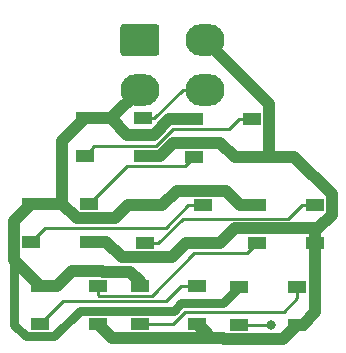
<source format=gbr>
%TF.GenerationSoftware,KiCad,Pcbnew,(5.1.6)-1*%
%TF.CreationDate,2021-08-23T17:58:21+10:00*%
%TF.ProjectId,JETT Station Select Placard PCB V1,4a455454-2053-4746-9174-696f6e205365,rev?*%
%TF.SameCoordinates,Original*%
%TF.FileFunction,Copper,L1,Top*%
%TF.FilePolarity,Positive*%
%FSLAX46Y46*%
G04 Gerber Fmt 4.6, Leading zero omitted, Abs format (unit mm)*
G04 Created by KiCad (PCBNEW (5.1.6)-1) date 2021-08-23 17:58:21*
%MOMM*%
%LPD*%
G01*
G04 APERTURE LIST*
%TA.AperFunction,ComponentPad*%
%ADD10O,3.300000X2.700000*%
%TD*%
%TA.AperFunction,SMDPad,CuDef*%
%ADD11R,1.500000X1.000000*%
%TD*%
%TA.AperFunction,ViaPad*%
%ADD12C,0.800000*%
%TD*%
%TA.AperFunction,Conductor*%
%ADD13C,0.250000*%
%TD*%
%TA.AperFunction,Conductor*%
%ADD14C,1.000000*%
%TD*%
%TA.AperFunction,Conductor*%
%ADD15C,0.750000*%
%TD*%
G04 APERTURE END LIST*
D10*
%TO.P,J1,4*%
%TO.N,/DATAIN*%
X150534000Y-88392000D03*
%TO.P,J1,3*%
%TO.N,/LEDGND*%
X150534000Y-84192000D03*
%TO.P,J1,2*%
%TO.N,/LED+5V*%
X145034000Y-88392000D03*
%TO.P,J1,1*%
%TA.AperFunction,ComponentPad*%
G36*
G01*
X143634001Y-82842000D02*
X146433999Y-82842000D01*
G75*
G02*
X146684000Y-83092001I0J-250001D01*
G01*
X146684000Y-85291999D01*
G75*
G02*
X146433999Y-85542000I-250001J0D01*
G01*
X143634001Y-85542000D01*
G75*
G02*
X143384000Y-85291999I0J250001D01*
G01*
X143384000Y-83092001D01*
G75*
G02*
X143634001Y-82842000I250001J0D01*
G01*
G37*
%TD.AperFunction*%
%TD*%
D11*
%TO.P,D8,1*%
%TO.N,/LED+5V*%
X153455000Y-105080000D03*
%TO.P,D8,2*%
%TO.N,/DATAOUT*%
X153455000Y-108280000D03*
%TO.P,D8,4*%
%TO.N,Net-(D7-Pad2)*%
X158355000Y-105080000D03*
%TO.P,D8,3*%
%TO.N,/LEDGND*%
X158355000Y-108280000D03*
%TD*%
%TO.P,D7,1*%
%TO.N,/LED+5V*%
X145011000Y-105004000D03*
%TO.P,D7,2*%
%TO.N,Net-(D7-Pad2)*%
X145011000Y-108204000D03*
%TO.P,D7,4*%
%TO.N,Net-(D6-Pad2)*%
X149911000Y-105004000D03*
%TO.P,D7,3*%
%TO.N,/LEDGND*%
X149911000Y-108204000D03*
%TD*%
%TO.P,D6,1*%
%TO.N,/LED+5V*%
X136578000Y-105004000D03*
%TO.P,D6,2*%
%TO.N,Net-(D6-Pad2)*%
X136578000Y-108204000D03*
%TO.P,D6,4*%
%TO.N,Net-(D5-Pad2)*%
X141478000Y-105004000D03*
%TO.P,D6,3*%
%TO.N,/LEDGND*%
X141478000Y-108204000D03*
%TD*%
%TO.P,D5,1*%
%TO.N,/LED+5V*%
X154940000Y-98145600D03*
%TO.P,D5,2*%
%TO.N,Net-(D5-Pad2)*%
X154940000Y-101345600D03*
%TO.P,D5,4*%
%TO.N,Net-(D4-Pad2)*%
X159840000Y-98145600D03*
%TO.P,D5,3*%
%TO.N,/LEDGND*%
X159840000Y-101345600D03*
%TD*%
%TO.P,D4,1*%
%TO.N,/LED+5V*%
X145491000Y-98196400D03*
%TO.P,D4,2*%
%TO.N,Net-(D4-Pad2)*%
X145491000Y-101396400D03*
%TO.P,D4,4*%
%TO.N,Net-(D3-Pad2)*%
X150391000Y-98196400D03*
%TO.P,D4,3*%
%TO.N,/LEDGND*%
X150391000Y-101396400D03*
%TD*%
%TO.P,D3,1*%
%TO.N,/LED+5V*%
X135839000Y-98094800D03*
%TO.P,D3,2*%
%TO.N,Net-(D3-Pad2)*%
X135839000Y-101294800D03*
%TO.P,D3,4*%
%TO.N,Net-(D2-Pad2)*%
X140739000Y-98094800D03*
%TO.P,D3,3*%
%TO.N,/LEDGND*%
X140739000Y-101294800D03*
%TD*%
%TO.P,D2,1*%
%TO.N,/LED+5V*%
X149606000Y-90881200D03*
%TO.P,D2,2*%
%TO.N,Net-(D2-Pad2)*%
X149606000Y-94081200D03*
%TO.P,D2,4*%
%TO.N,Net-(D1-Pad2)*%
X154506000Y-90881200D03*
%TO.P,D2,3*%
%TO.N,/LEDGND*%
X154506000Y-94081200D03*
%TD*%
%TO.P,D1,1*%
%TO.N,/LED+5V*%
X140360000Y-90830400D03*
%TO.P,D1,2*%
%TO.N,Net-(D1-Pad2)*%
X140360000Y-94030400D03*
%TO.P,D1,4*%
%TO.N,/DATAIN*%
X145260000Y-90830400D03*
%TO.P,D1,3*%
%TO.N,/LEDGND*%
X145260000Y-94030400D03*
%TD*%
D12*
%TO.N,/DATAOUT*%
X156134000Y-108280000D03*
%TD*%
D13*
%TO.N,Net-(D1-Pad2)*%
X153430700Y-90881200D02*
X154506000Y-90881200D01*
X140360000Y-94030400D02*
X141185001Y-93205399D01*
X141185001Y-93205399D02*
X146368561Y-93205399D01*
X146368561Y-93205399D02*
X147867460Y-91706500D01*
X152605400Y-91706500D02*
X153430700Y-90881200D01*
X147867460Y-91706500D02*
X152605400Y-91706500D01*
%TO.N,Net-(D2-Pad2)*%
X143978390Y-94855410D02*
X140739000Y-98094800D01*
X148831790Y-94855410D02*
X143978390Y-94855410D01*
X149606000Y-94081200D02*
X148831790Y-94855410D01*
%TO.N,Net-(D3-Pad2)*%
X149129890Y-98196400D02*
X150391000Y-98196400D01*
X147206180Y-100120110D02*
X149129890Y-98196400D01*
X137013690Y-100120110D02*
X147206180Y-100120110D01*
X135839000Y-101294800D02*
X137013690Y-100120110D01*
%TO.N,Net-(D4-Pad2)*%
X157590500Y-99319800D02*
X158764700Y-98145600D01*
X148642900Y-99319800D02*
X157590500Y-99319800D01*
X146566300Y-101396400D02*
X148642900Y-99319800D01*
X145491000Y-101396400D02*
X146566300Y-101396400D01*
X159840000Y-98145600D02*
X158764700Y-98145600D01*
%TO.N,Net-(D5-Pad2)*%
X154064190Y-102221410D02*
X154940000Y-101345600D01*
X146021001Y-105829001D02*
X149628592Y-102221410D01*
X141478000Y-105754000D02*
X141553001Y-105829001D01*
X149628592Y-102221410D02*
X154064190Y-102221410D01*
X141553001Y-105829001D02*
X146021001Y-105829001D01*
X141478000Y-105004000D02*
X141478000Y-105754000D01*
%TO.N,Net-(D6-Pad2)*%
X138502690Y-106279310D02*
X136578000Y-108204000D01*
X148488000Y-105004000D02*
X147212990Y-106279010D01*
X147212990Y-106279010D02*
X146157010Y-106279010D01*
X146157010Y-106279010D02*
X146157310Y-106279310D01*
X149911000Y-105004000D02*
X148488000Y-105004000D01*
X146157310Y-106279310D02*
X138502690Y-106279310D01*
%TO.N,Net-(D7-Pad2)*%
X158355000Y-105080000D02*
X158355000Y-106059000D01*
X157226000Y-107188000D02*
X148844000Y-107188000D01*
X158355000Y-106059000D02*
X157226000Y-107188000D01*
X147828000Y-108204000D02*
X145011000Y-108204000D01*
X148844000Y-107188000D02*
X147828000Y-108204000D01*
D14*
%TO.N,/LED+5V*%
X136578000Y-105004000D02*
X138028300Y-105004000D01*
X138028300Y-105004000D02*
X139271900Y-103760400D01*
X152340200Y-96996100D02*
X153489700Y-98145600D01*
X148141600Y-96996100D02*
X152340200Y-96996100D01*
X146941300Y-98196400D02*
X148141600Y-96996100D01*
X145491000Y-98196400D02*
X146941300Y-98196400D01*
X145491000Y-98196400D02*
X144040700Y-98196400D01*
X154940000Y-98145600D02*
X153489700Y-98145600D01*
X142942000Y-99295100D02*
X144040700Y-98196400D01*
X139681200Y-99295100D02*
X142942000Y-99295100D01*
X147526020Y-90881200D02*
X146205220Y-92202000D01*
X149606000Y-90881200D02*
X147526020Y-90881200D01*
X142595600Y-90830400D02*
X145034000Y-88392000D01*
X140360000Y-90830400D02*
X142595600Y-90830400D01*
X134388999Y-99544801D02*
X135839000Y-98094800D01*
X134388999Y-102814999D02*
X134388999Y-99544801D01*
X136578000Y-105004000D02*
X134388999Y-102814999D01*
X138480900Y-98094800D02*
X139681200Y-99295100D01*
X135839000Y-98094800D02*
X138480900Y-98094800D01*
X138480900Y-92709500D02*
X140360000Y-90830400D01*
X138480900Y-98094800D02*
X138480900Y-92709500D01*
X143967200Y-92202000D02*
X142595600Y-90830400D01*
X146205220Y-92202000D02*
X143967200Y-92202000D01*
X141896710Y-103796710D02*
X141860400Y-103760400D01*
X144182710Y-103796710D02*
X141896710Y-103796710D01*
X145011000Y-104625000D02*
X144182710Y-103796710D01*
X145011000Y-105004000D02*
X145011000Y-104625000D01*
X139271900Y-103760400D02*
X141860400Y-103760400D01*
D15*
X148554048Y-106487990D02*
X152047010Y-106487990D01*
X147913039Y-107128999D02*
X148554048Y-106487990D01*
X152047010Y-106487990D02*
X153455000Y-105080000D01*
X139938003Y-107128999D02*
X147913039Y-107128999D01*
X137788001Y-109279001D02*
X139938003Y-107128999D01*
X134388999Y-108300001D02*
X135367999Y-109279001D01*
X135367999Y-109279001D02*
X137788001Y-109279001D01*
X134388999Y-102814999D02*
X134388999Y-108300001D01*
D13*
%TO.N,/DATAIN*%
X148698400Y-88392000D02*
X150534000Y-88392000D01*
X146260000Y-90830400D02*
X148698400Y-88392000D01*
X145260000Y-90830400D02*
X146260000Y-90830400D01*
D14*
%TO.N,/LEDGND*%
X145260000Y-94030400D02*
X146710300Y-94030400D01*
X146710300Y-94030400D02*
X147859800Y-92880900D01*
X159831400Y-101345600D02*
X159831400Y-107253400D01*
X158355000Y-108280000D02*
X158804800Y-108280000D01*
X158804800Y-108280000D02*
X159831400Y-107253400D01*
X141478000Y-108204000D02*
X142678300Y-109404300D01*
X142678300Y-109404300D02*
X147260400Y-109404300D01*
X155956300Y-89614300D02*
X150534000Y-84192000D01*
X155956300Y-94081200D02*
X155956300Y-89614300D01*
X154506000Y-94081200D02*
X155956300Y-94081200D01*
X147740400Y-102596700D02*
X148940700Y-101396400D01*
X143491200Y-102596700D02*
X147740400Y-102596700D01*
X142189300Y-101294800D02*
X143491200Y-102596700D01*
X140739000Y-101294800D02*
X142189300Y-101294800D01*
X159840000Y-101345600D02*
X159831400Y-101345600D01*
X159831400Y-101345600D02*
X159822700Y-101345600D01*
X150391000Y-101396400D02*
X151841300Y-101396400D01*
X159822700Y-101345600D02*
X159822700Y-100145200D01*
X160148000Y-100145200D02*
X159822700Y-100145200D01*
X161290400Y-99002800D02*
X160148000Y-100145200D01*
X161290400Y-97266100D02*
X161290400Y-99002800D01*
X158105500Y-94081200D02*
X161290400Y-97266100D01*
X155956300Y-94081200D02*
X158105500Y-94081200D01*
X153092500Y-100145200D02*
X151841300Y-101396400D01*
X159822700Y-100145200D02*
X153092500Y-100145200D01*
X151855400Y-92880900D02*
X153055700Y-94081200D01*
X147859800Y-92880900D02*
X151855400Y-92880900D01*
X154506000Y-94081200D02*
X153055700Y-94081200D01*
X150391000Y-101396400D02*
X148940700Y-101396400D01*
X157154999Y-109480001D02*
X158355000Y-108280000D01*
X152144999Y-109480001D02*
X157154999Y-109480001D01*
X152069298Y-109404300D02*
X152144999Y-109480001D01*
X150691700Y-109404300D02*
X150691700Y-108984700D01*
X150691700Y-108984700D02*
X149911000Y-108204000D01*
X150691700Y-109404300D02*
X152069298Y-109404300D01*
X147260400Y-109404300D02*
X150691700Y-109404300D01*
D13*
%TO.N,/DATAOUT*%
X153455000Y-108280000D02*
X156134000Y-108280000D01*
X156134000Y-108280000D02*
X156134000Y-108280000D01*
%TD*%
M02*

</source>
